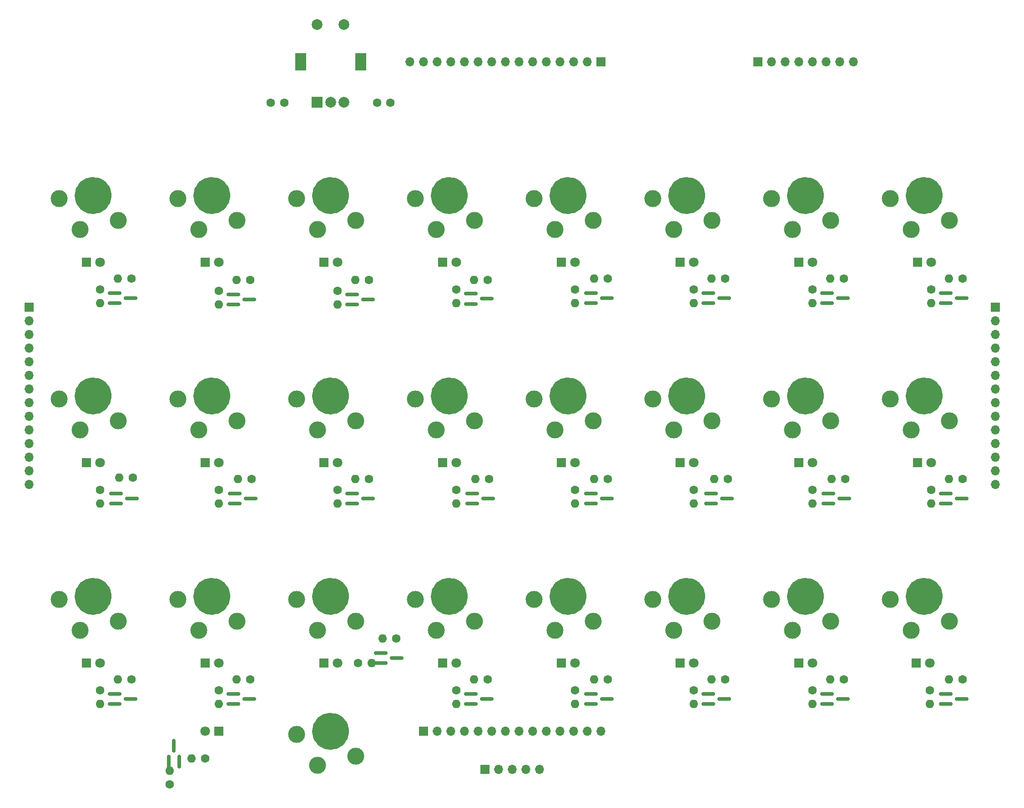
<source format=gbr>
%TF.GenerationSoftware,KiCad,Pcbnew,7.0.7*%
%TF.CreationDate,2024-07-17T16:02:38+10:00*%
%TF.ProjectId,MIDIAutomationSequencerIO,4d494449-4175-4746-9f6d-6174696f6e53,rev?*%
%TF.SameCoordinates,Original*%
%TF.FileFunction,Soldermask,Top*%
%TF.FilePolarity,Negative*%
%FSLAX46Y46*%
G04 Gerber Fmt 4.6, Leading zero omitted, Abs format (unit mm)*
G04 Created by KiCad (PCBNEW 7.0.7) date 2024-07-17 16:02:38*
%MOMM*%
%LPD*%
G01*
G04 APERTURE LIST*
G04 Aperture macros list*
%AMRoundRect*
0 Rectangle with rounded corners*
0 $1 Rounding radius*
0 $2 $3 $4 $5 $6 $7 $8 $9 X,Y pos of 4 corners*
0 Add a 4 corners polygon primitive as box body*
4,1,4,$2,$3,$4,$5,$6,$7,$8,$9,$2,$3,0*
0 Add four circle primitives for the rounded corners*
1,1,$1+$1,$2,$3*
1,1,$1+$1,$4,$5*
1,1,$1+$1,$6,$7*
1,1,$1+$1,$8,$9*
0 Add four rect primitives between the rounded corners*
20,1,$1+$1,$2,$3,$4,$5,0*
20,1,$1+$1,$4,$5,$6,$7,0*
20,1,$1+$1,$6,$7,$8,$9,0*
20,1,$1+$1,$8,$9,$2,$3,0*%
G04 Aperture macros list end*
%ADD10C,3.429000*%
%ADD11C,1.600000*%
%ADD12O,1.600000X1.600000*%
%ADD13RoundRect,0.150000X-1.087500X-0.150000X1.087500X-0.150000X1.087500X0.150000X-1.087500X0.150000X0*%
%ADD14C,6.350000*%
%ADD15C,3.175000*%
%ADD16R,1.800000X1.800000*%
%ADD17C,1.800000*%
%ADD18R,1.700000X1.700000*%
%ADD19O,1.700000X1.700000*%
%ADD20R,2.000000X2.000000*%
%ADD21C,2.000000*%
%ADD22R,2.000000X3.200000*%
%ADD23RoundRect,0.150000X0.150000X-1.087500X0.150000X1.087500X-0.150000X1.087500X-0.150000X-1.087500X0*%
G04 APERTURE END LIST*
D10*
%TO.C,J13*%
X144208500Y-173736000D02*
G75*
G03*
X144208500Y-173736000I-1714500J0D01*
G01*
%TO.C,J6*%
X210502500Y-136398000D02*
G75*
G03*
X210502500Y-136398000I-1714500J0D01*
G01*
%TO.C,J17*%
X100012500Y-211074000D02*
G75*
G03*
X100012500Y-211074000I-1714500J0D01*
G01*
%TO.C,J27*%
X188404500Y-173736000D02*
G75*
G03*
X188404500Y-173736000I-1714500J0D01*
G01*
%TO.C,J19*%
X122110500Y-211074000D02*
G75*
G03*
X122110500Y-211074000I-1714500J0D01*
G01*
%TO.C,J20*%
X144208500Y-236220000D02*
G75*
G03*
X144208500Y-236220000I-1714500J0D01*
G01*
%TO.C,J14*%
X100012500Y-173736000D02*
G75*
G03*
X100012500Y-173736000I-1714500J0D01*
G01*
%TO.C,J15*%
X166306500Y-211074000D02*
G75*
G03*
X166306500Y-211074000I-1714500J0D01*
G01*
%TO.C,J9*%
X254698500Y-136398000D02*
G75*
G03*
X254698500Y-136398000I-1714500J0D01*
G01*
%TO.C,J24*%
X254698500Y-173736000D02*
G75*
G03*
X254698500Y-173736000I-1714500J0D01*
G01*
%TO.C,J2*%
X166306500Y-136398000D02*
G75*
G03*
X166306500Y-136398000I-1714500J0D01*
G01*
%TO.C,J30*%
X188404500Y-211074000D02*
G75*
G03*
X188404500Y-211074000I-1714500J0D01*
G01*
%TO.C,J16*%
X144208500Y-211074000D02*
G75*
G03*
X144208500Y-211074000I-1714500J0D01*
G01*
%TO.C,J26*%
X232600500Y-173736000D02*
G75*
G03*
X232600500Y-173736000I-1714500J0D01*
G01*
%TO.C,J25*%
X210502500Y-173736000D02*
G75*
G03*
X210502500Y-173736000I-1714500J0D01*
G01*
%TO.C,J11*%
X166306500Y-173736000D02*
G75*
G03*
X166306500Y-173736000I-1714500J0D01*
G01*
%TO.C,J31*%
X210502500Y-211074000D02*
G75*
G03*
X210502500Y-211074000I-1714500J0D01*
G01*
%TO.C,J28*%
X254698500Y-211074000D02*
G75*
G03*
X254698500Y-211074000I-1714500J0D01*
G01*
%TO.C,J12*%
X122110500Y-173736000D02*
G75*
G03*
X122110500Y-173736000I-1714500J0D01*
G01*
%TO.C,J3*%
X144208500Y-136398000D02*
G75*
G03*
X144208500Y-136398000I-1714500J0D01*
G01*
%TO.C,J29*%
X232600500Y-211074000D02*
G75*
G03*
X232600500Y-211074000I-1714500J0D01*
G01*
%TO.C,J7*%
X232600500Y-136398000D02*
G75*
G03*
X232600500Y-136398000I-1714500J0D01*
G01*
%TO.C,J4*%
X122110500Y-136398000D02*
G75*
G03*
X122110500Y-136398000I-1714500J0D01*
G01*
%TO.C,J8*%
X188404500Y-136398000D02*
G75*
G03*
X188404500Y-136398000I-1714500J0D01*
G01*
%TO.C,J5*%
X100012500Y-136398000D02*
G75*
G03*
X100012500Y-136398000I-1714500J0D01*
G01*
%TD*%
D11*
%TO.C,R16*%
X187960000Y-153924000D03*
D12*
X187960000Y-156464000D03*
%TD*%
D11*
%TO.C,R29*%
X105439000Y-226568000D03*
D12*
X102899000Y-226568000D03*
%TD*%
D11*
%TO.C,R8*%
X99568000Y-153924000D03*
D12*
X99568000Y-156464000D03*
%TD*%
D13*
%TO.C,Q8*%
X102586500Y-191902000D03*
X102586500Y-193802000D03*
X105536500Y-192852000D03*
%TD*%
D11*
%TO.C,R33*%
X121666000Y-228600000D03*
D12*
X121666000Y-231140000D03*
%TD*%
D13*
%TO.C,Q15*%
X124430500Y-229240000D03*
X124430500Y-231140000D03*
X127380500Y-230190000D03*
%TD*%
D14*
%TO.C,J13*%
X142494000Y-173736000D03*
D15*
X147162520Y-178404520D03*
X136144000Y-174294800D03*
X140055600Y-180086000D03*
%TD*%
D13*
%TO.C,Q12*%
X190978500Y-191902000D03*
X190978500Y-193802000D03*
X193928500Y-192852000D03*
%TD*%
%TO.C,Q1*%
X124430500Y-154818000D03*
X124430500Y-156718000D03*
X127380500Y-155768000D03*
%TD*%
D16*
%TO.C,D3*%
X119126000Y-148844000D03*
D17*
X121666000Y-148844000D03*
%TD*%
D13*
%TO.C,Q17*%
X168597500Y-229240000D03*
X168597500Y-231140000D03*
X171547500Y-230190000D03*
%TD*%
D14*
%TO.C,J6*%
X208788000Y-136398000D03*
D15*
X213456520Y-141066520D03*
X202438000Y-136956800D03*
X206349600Y-142748000D03*
%TD*%
D13*
%TO.C,Q24*%
X257018500Y-191902000D03*
X257018500Y-193802000D03*
X259968500Y-192852000D03*
%TD*%
D16*
%TO.C,D7*%
X207518000Y-148844000D03*
D17*
X210058000Y-148844000D03*
%TD*%
D11*
%TO.C,R44*%
X260096000Y-189230000D03*
D12*
X257556000Y-189230000D03*
%TD*%
D13*
%TO.C,Q21*%
X257018500Y-229240000D03*
X257018500Y-231140000D03*
X259968500Y-230190000D03*
%TD*%
D11*
%TO.C,R2*%
X171704000Y-152146000D03*
D12*
X169164000Y-152146000D03*
%TD*%
D13*
%TO.C,Q3*%
X168626500Y-154686000D03*
X168626500Y-156586000D03*
X171576500Y-155636000D03*
%TD*%
D14*
%TO.C,J17*%
X98298000Y-211074000D03*
D15*
X102966520Y-215742520D03*
X91948000Y-211632800D03*
X95859600Y-217424000D03*
%TD*%
D14*
%TO.C,J27*%
X186690000Y-173736000D03*
D15*
X191358520Y-178404520D03*
X180340000Y-174294800D03*
X184251600Y-180086000D03*
%TD*%
D11*
%TO.C,R48*%
X254254000Y-191262000D03*
D12*
X254254000Y-193802000D03*
%TD*%
D14*
%TO.C,J19*%
X120396000Y-211074000D03*
D15*
X125064520Y-215742520D03*
X114046000Y-211632800D03*
X117957600Y-217424000D03*
%TD*%
D16*
%TO.C,D22*%
X229616000Y-186182000D03*
D17*
X232156000Y-186182000D03*
%TD*%
D14*
%TO.C,J20*%
X142494000Y-236220000D03*
D15*
X147162520Y-240888520D03*
X136144000Y-236778800D03*
X140055600Y-242570000D03*
%TD*%
D11*
%TO.C,R47*%
X232156000Y-191233000D03*
D12*
X232156000Y-193773000D03*
%TD*%
D11*
%TO.C,R49*%
X210058000Y-191262000D03*
D12*
X210058000Y-193802000D03*
%TD*%
D16*
%TO.C,D16*%
X119121000Y-223520000D03*
D17*
X121661000Y-223520000D03*
%TD*%
D11*
%TO.C,R40*%
X254000000Y-228600000D03*
D12*
X254000000Y-231140000D03*
%TD*%
D13*
%TO.C,Q6*%
X234920500Y-154564000D03*
X234920500Y-156464000D03*
X237870500Y-155514000D03*
%TD*%
D16*
%TO.C,D19*%
X251460000Y-223520000D03*
D17*
X254000000Y-223520000D03*
%TD*%
D11*
%TO.C,R36*%
X260096000Y-226568000D03*
D12*
X257556000Y-226568000D03*
%TD*%
D11*
%TO.C,R5*%
X143764000Y-154178000D03*
D12*
X143764000Y-156718000D03*
%TD*%
D11*
%TO.C,R4*%
X105410000Y-151892000D03*
D12*
X102870000Y-151892000D03*
%TD*%
D11*
%TO.C,R18*%
X171958000Y-189230000D03*
D12*
X169418000Y-189230000D03*
%TD*%
D14*
%TO.C,J14*%
X98298000Y-173736000D03*
D15*
X102966520Y-178404520D03*
X91948000Y-174294800D03*
X95859600Y-180086000D03*
%TD*%
D11*
%TO.C,R20*%
X105693000Y-188976000D03*
D12*
X103153000Y-188976000D03*
%TD*%
D18*
%TO.C,J23*%
X171196000Y-243332000D03*
D19*
X173736000Y-243332000D03*
X176276000Y-243332000D03*
X178816000Y-243332000D03*
X181356000Y-243332000D03*
%TD*%
D16*
%TO.C,D4*%
X97028000Y-148844000D03*
D17*
X99568000Y-148844000D03*
%TD*%
D20*
%TO.C,SW1*%
X139994000Y-119010000D03*
D21*
X144994000Y-119010000D03*
X142494000Y-119010000D03*
D22*
X136894000Y-111510000D03*
X148094000Y-111510000D03*
D21*
X144994000Y-104510000D03*
X139994000Y-104510000D03*
%TD*%
D14*
%TO.C,J15*%
X164592000Y-211074000D03*
D15*
X169260520Y-215742520D03*
X158242000Y-211632800D03*
X162153600Y-217424000D03*
%TD*%
D14*
%TO.C,J9*%
X252984000Y-136398000D03*
D15*
X257652520Y-141066520D03*
X246634000Y-136956800D03*
X250545600Y-142748000D03*
%TD*%
D11*
%TO.C,C1*%
X133858000Y-119126000D03*
X131358000Y-119126000D03*
%TD*%
%TO.C,R26*%
X154715000Y-218948000D03*
D12*
X152175000Y-218948000D03*
%TD*%
D11*
%TO.C,R14*%
X254254000Y-153924000D03*
D12*
X254254000Y-156464000D03*
%TD*%
D11*
%TO.C,R28*%
X127508000Y-226568000D03*
D12*
X124968000Y-226568000D03*
%TD*%
D13*
%TO.C,Q16*%
X151862500Y-221620000D03*
X151862500Y-223520000D03*
X154812500Y-222570000D03*
%TD*%
D11*
%TO.C,R30*%
X119126000Y-241300000D03*
D12*
X116586000Y-241300000D03*
%TD*%
D11*
%TO.C,R25*%
X112522000Y-246126000D03*
D12*
X112522000Y-243586000D03*
%TD*%
D16*
%TO.C,D13*%
X121666000Y-236220000D03*
D17*
X119126000Y-236220000D03*
%TD*%
D13*
%TO.C,Q11*%
X168880500Y-191902000D03*
X168880500Y-193802000D03*
X171830500Y-192852000D03*
%TD*%
%TO.C,Q9*%
X124684500Y-191902000D03*
X124684500Y-193802000D03*
X127634500Y-192852000D03*
%TD*%
D14*
%TO.C,J24*%
X252984000Y-173736000D03*
D15*
X257652520Y-178404520D03*
X246634000Y-174294800D03*
X250545600Y-180086000D03*
%TD*%
D11*
%TO.C,R41*%
X210058000Y-228600000D03*
D12*
X210058000Y-231140000D03*
%TD*%
D16*
%TO.C,D8*%
X185420000Y-148844000D03*
D17*
X187960000Y-148844000D03*
%TD*%
D11*
%TO.C,R24*%
X99568000Y-191262000D03*
D12*
X99568000Y-193802000D03*
%TD*%
D13*
%TO.C,Q22*%
X213330500Y-191902000D03*
X213330500Y-193802000D03*
X216280500Y-192852000D03*
%TD*%
D14*
%TO.C,J2*%
X164592000Y-136398000D03*
D15*
X169260520Y-141066520D03*
X158242000Y-136956800D03*
X162153600Y-142748000D03*
%TD*%
D16*
%TO.C,D1*%
X141219000Y-148844000D03*
D17*
X143759000Y-148844000D03*
%TD*%
D16*
%TO.C,D15*%
X163317000Y-223520000D03*
D17*
X165857000Y-223520000D03*
%TD*%
D16*
%TO.C,D24*%
X207518000Y-186182000D03*
D17*
X210058000Y-186182000D03*
%TD*%
D16*
%TO.C,D5*%
X229616000Y-148844000D03*
D17*
X232156000Y-148844000D03*
%TD*%
D16*
%TO.C,D21*%
X185420000Y-223520000D03*
D17*
X187960000Y-223520000D03*
%TD*%
D13*
%TO.C,Q26*%
X102332500Y-154564000D03*
X102332500Y-156464000D03*
X105282500Y-155514000D03*
%TD*%
D11*
%TO.C,R17*%
X149635000Y-189230000D03*
D12*
X147095000Y-189230000D03*
%TD*%
D11*
%TO.C,R10*%
X260096000Y-151892000D03*
D12*
X257556000Y-151892000D03*
%TD*%
D16*
%TO.C,D12*%
X97023000Y-186182000D03*
D17*
X99563000Y-186182000D03*
%TD*%
D14*
%TO.C,J30*%
X186690000Y-211074000D03*
D15*
X191358520Y-215742520D03*
X180340000Y-211632800D03*
X184251600Y-217424000D03*
%TD*%
D11*
%TO.C,C2*%
X151130000Y-119126000D03*
X153630000Y-119126000D03*
%TD*%
%TO.C,R15*%
X210058000Y-153895000D03*
D12*
X210058000Y-156435000D03*
%TD*%
D14*
%TO.C,J16*%
X142494000Y-211074000D03*
D15*
X147162520Y-215742520D03*
X136144000Y-211632800D03*
X140055600Y-217424000D03*
%TD*%
D13*
%TO.C,Q5*%
X212822500Y-154564000D03*
X212822500Y-156464000D03*
X215772500Y-155514000D03*
%TD*%
D16*
%TO.C,D2*%
X163322000Y-148844000D03*
D17*
X165862000Y-148844000D03*
%TD*%
D11*
%TO.C,R19*%
X127762000Y-189230000D03*
D12*
X125222000Y-189230000D03*
%TD*%
D11*
%TO.C,R35*%
X237998000Y-226568000D03*
D12*
X235458000Y-226568000D03*
%TD*%
D11*
%TO.C,R12*%
X194056000Y-151892000D03*
D12*
X191516000Y-151892000D03*
%TD*%
D13*
%TO.C,Q23*%
X235174500Y-191902000D03*
X235174500Y-193802000D03*
X238124500Y-192852000D03*
%TD*%
D14*
%TO.C,J26*%
X230886000Y-173736000D03*
D15*
X235554520Y-178404520D03*
X224536000Y-174294800D03*
X228447600Y-180086000D03*
%TD*%
D11*
%TO.C,R46*%
X194056000Y-189230000D03*
D12*
X191516000Y-189230000D03*
%TD*%
D11*
%TO.C,R7*%
X121666000Y-154178000D03*
D12*
X121666000Y-156718000D03*
%TD*%
D13*
%TO.C,Q20*%
X234920500Y-229240000D03*
X234920500Y-231140000D03*
X237870500Y-230190000D03*
%TD*%
D11*
%TO.C,R1*%
X149635000Y-152146000D03*
D12*
X147095000Y-152146000D03*
%TD*%
D11*
%TO.C,R42*%
X187960000Y-228600000D03*
D12*
X187960000Y-231140000D03*
%TD*%
D11*
%TO.C,R11*%
X215900000Y-151892000D03*
D12*
X213360000Y-151892000D03*
%TD*%
D14*
%TO.C,J25*%
X208788000Y-173736000D03*
D15*
X213456520Y-178404520D03*
X202438000Y-174294800D03*
X206349600Y-180086000D03*
%TD*%
D13*
%TO.C,Q2*%
X146528500Y-154818000D03*
X146528500Y-156718000D03*
X149478500Y-155768000D03*
%TD*%
%TO.C,Q7*%
X257018500Y-154564000D03*
X257018500Y-156464000D03*
X259968500Y-155514000D03*
%TD*%
D11*
%TO.C,R6*%
X165862000Y-153924000D03*
D12*
X165862000Y-156464000D03*
%TD*%
D14*
%TO.C,J11*%
X164592000Y-173736000D03*
D15*
X169260520Y-178404520D03*
X158242000Y-174294800D03*
X162153600Y-180086000D03*
%TD*%
D13*
%TO.C,Q18*%
X190978500Y-229240000D03*
X190978500Y-231140000D03*
X193928500Y-230190000D03*
%TD*%
D11*
%TO.C,R23*%
X121666000Y-191233000D03*
D12*
X121666000Y-193773000D03*
%TD*%
D14*
%TO.C,J31*%
X208788000Y-211074000D03*
D15*
X213456520Y-215742520D03*
X202438000Y-211632800D03*
X206349600Y-217424000D03*
%TD*%
D14*
%TO.C,J28*%
X252984000Y-211074000D03*
D15*
X257652520Y-215742520D03*
X246634000Y-211632800D03*
X250545600Y-217424000D03*
%TD*%
D14*
%TO.C,J12*%
X120396000Y-173736000D03*
D15*
X125064520Y-178404520D03*
X114046000Y-174294800D03*
X117957600Y-180086000D03*
%TD*%
D13*
%TO.C,Q14*%
X102332500Y-229240000D03*
X102332500Y-231140000D03*
X105282500Y-230190000D03*
%TD*%
D16*
%TO.C,D17*%
X97023000Y-223520000D03*
D17*
X99563000Y-223520000D03*
%TD*%
D16*
%TO.C,D25*%
X185415000Y-186182000D03*
D17*
X187955000Y-186182000D03*
%TD*%
D14*
%TO.C,J3*%
X142494000Y-136398000D03*
D15*
X147162520Y-141066520D03*
X136144000Y-136956800D03*
X140055600Y-142748000D03*
%TD*%
D16*
%TO.C,D6*%
X251714000Y-148844000D03*
D17*
X254254000Y-148844000D03*
%TD*%
D16*
%TO.C,D18*%
X229616000Y-223520000D03*
D17*
X232156000Y-223520000D03*
%TD*%
D11*
%TO.C,R31*%
X147574000Y-223520000D03*
D12*
X150114000Y-223520000D03*
%TD*%
D13*
%TO.C,Q10*%
X146528500Y-191902000D03*
X146528500Y-193802000D03*
X149478500Y-192852000D03*
%TD*%
D16*
%TO.C,D14*%
X141219000Y-223520000D03*
D17*
X143759000Y-223520000D03*
%TD*%
D14*
%TO.C,J29*%
X230886000Y-211074000D03*
D15*
X235554520Y-215742520D03*
X224536000Y-211632800D03*
X228447600Y-217424000D03*
%TD*%
D11*
%TO.C,R38*%
X194056000Y-226568000D03*
D12*
X191516000Y-226568000D03*
%TD*%
D14*
%TO.C,J7*%
X230886000Y-136398000D03*
D15*
X235554520Y-141066520D03*
X224536000Y-136956800D03*
X228447600Y-142748000D03*
%TD*%
D14*
%TO.C,J4*%
X120396000Y-136398000D03*
D15*
X125064520Y-141066520D03*
X114046000Y-136956800D03*
X117957600Y-142748000D03*
%TD*%
D11*
%TO.C,R3*%
X127508000Y-152146000D03*
D12*
X124968000Y-152146000D03*
%TD*%
D16*
%TO.C,D10*%
X163322000Y-186182000D03*
D17*
X165862000Y-186182000D03*
%TD*%
D13*
%TO.C,Q4*%
X190978500Y-154564000D03*
X190978500Y-156464000D03*
X193928500Y-155514000D03*
%TD*%
D14*
%TO.C,J8*%
X186690000Y-136398000D03*
D15*
X191358520Y-141066520D03*
X180340000Y-136956800D03*
X184251600Y-142748000D03*
%TD*%
D16*
%TO.C,D20*%
X207518000Y-223520000D03*
D17*
X210058000Y-223520000D03*
%TD*%
D11*
%TO.C,R45*%
X216437000Y-189230000D03*
D12*
X213897000Y-189230000D03*
%TD*%
D11*
%TO.C,R9*%
X237998000Y-151892000D03*
D12*
X235458000Y-151892000D03*
%TD*%
D11*
%TO.C,R27*%
X171704000Y-226568000D03*
D12*
X169164000Y-226568000D03*
%TD*%
D11*
%TO.C,R32*%
X165862000Y-228600000D03*
D12*
X165862000Y-231140000D03*
%TD*%
D11*
%TO.C,R13*%
X232156000Y-153895000D03*
D12*
X232156000Y-156435000D03*
%TD*%
D11*
%TO.C,R50*%
X187960000Y-191262000D03*
D12*
X187960000Y-193802000D03*
%TD*%
D11*
%TO.C,R34*%
X99568000Y-228600000D03*
D12*
X99568000Y-231140000D03*
%TD*%
D11*
%TO.C,R37*%
X215900000Y-226568000D03*
D12*
X213360000Y-226568000D03*
%TD*%
D14*
%TO.C,J5*%
X98298000Y-136398000D03*
D15*
X102966520Y-141066520D03*
X91948000Y-136956800D03*
X95859600Y-142748000D03*
%TD*%
D11*
%TO.C,R43*%
X238252000Y-189230000D03*
D12*
X235712000Y-189230000D03*
%TD*%
D11*
%TO.C,R22*%
X165862000Y-191262000D03*
D12*
X165862000Y-193802000D03*
%TD*%
D23*
%TO.C,Q13*%
X112400000Y-241837500D03*
X114300000Y-241837500D03*
X113350000Y-238887500D03*
%TD*%
D16*
%TO.C,D11*%
X119126000Y-186182000D03*
D17*
X121666000Y-186182000D03*
%TD*%
D13*
%TO.C,Q19*%
X212822500Y-229240000D03*
X212822500Y-231140000D03*
X215772500Y-230190000D03*
%TD*%
D16*
%TO.C,D9*%
X141224000Y-186182000D03*
D17*
X143764000Y-186182000D03*
%TD*%
D11*
%TO.C,R39*%
X232156000Y-228600000D03*
D12*
X232156000Y-231140000D03*
%TD*%
D11*
%TO.C,R21*%
X143764000Y-191233000D03*
D12*
X143764000Y-193773000D03*
%TD*%
D16*
%TO.C,D23*%
X251714000Y-186182000D03*
D17*
X254254000Y-186182000D03*
%TD*%
D18*
%TO.C,J18*%
X86360000Y-157226000D03*
D19*
X86360000Y-159766000D03*
X86360000Y-162306000D03*
X86360000Y-164846000D03*
X86360000Y-167386000D03*
X86360000Y-169926000D03*
X86360000Y-172466000D03*
X86360000Y-175006000D03*
X86360000Y-177546000D03*
X86360000Y-180086000D03*
X86360000Y-182626000D03*
X86360000Y-185166000D03*
X86360000Y-187706000D03*
X86360000Y-190246000D03*
%TD*%
D18*
%TO.C,J21*%
X266192000Y-157226000D03*
D19*
X266192000Y-159766000D03*
X266192000Y-162306000D03*
X266192000Y-164846000D03*
X266192000Y-167386000D03*
X266192000Y-169926000D03*
X266192000Y-172466000D03*
X266192000Y-175006000D03*
X266192000Y-177546000D03*
X266192000Y-180086000D03*
X266192000Y-182626000D03*
X266192000Y-185166000D03*
X266192000Y-187706000D03*
X266192000Y-190246000D03*
%TD*%
D18*
%TO.C,J10*%
X192786000Y-111506000D03*
D19*
X190246000Y-111506000D03*
X187706000Y-111506000D03*
X185166000Y-111506000D03*
X182626000Y-111506000D03*
X180086000Y-111506000D03*
X177546000Y-111506000D03*
X175006000Y-111506000D03*
X172466000Y-111506000D03*
X169926000Y-111506000D03*
X167386000Y-111506000D03*
X164846000Y-111506000D03*
X162306000Y-111506000D03*
X159766000Y-111506000D03*
X157226000Y-111506000D03*
%TD*%
D18*
%TO.C,J32*%
X159766000Y-236220000D03*
D19*
X162306000Y-236220000D03*
X164846000Y-236220000D03*
X167386000Y-236220000D03*
X169926000Y-236220000D03*
X172466000Y-236220000D03*
X175006000Y-236220000D03*
X177546000Y-236220000D03*
X180086000Y-236220000D03*
X182626000Y-236220000D03*
X185166000Y-236220000D03*
X187706000Y-236220000D03*
X190246000Y-236220000D03*
X192786000Y-236220000D03*
%TD*%
D18*
%TO.C,J22*%
X221996000Y-111506000D03*
D19*
X224536000Y-111506000D03*
X227076000Y-111506000D03*
X229616000Y-111506000D03*
X232156000Y-111506000D03*
X234696000Y-111506000D03*
X237236000Y-111506000D03*
X239776000Y-111506000D03*
%TD*%
M02*

</source>
